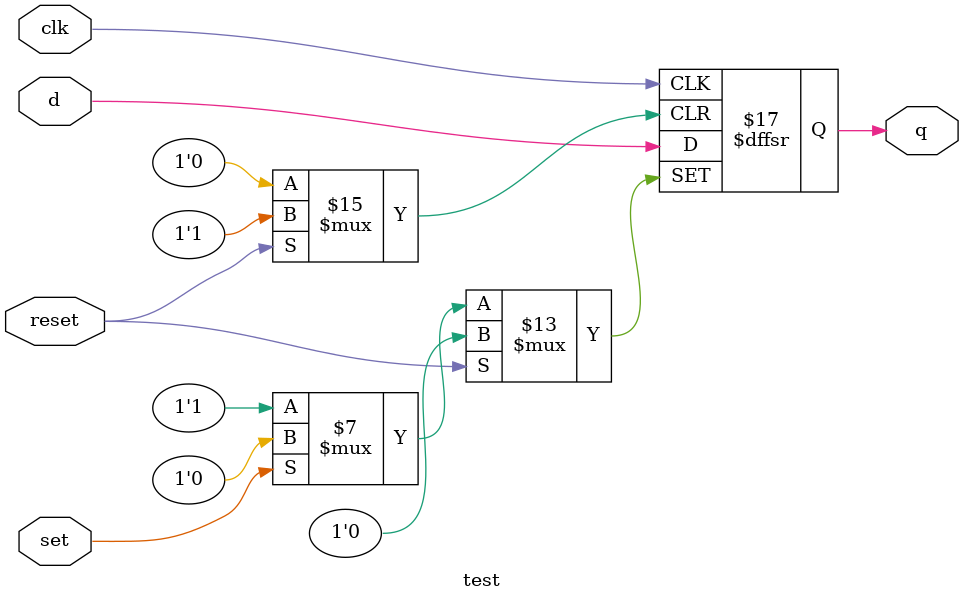
<source format=v>
module test(input d, clk, reset, set, output reg q);
always @(posedge clk or posedge reset or negedge set) 
    if(reset)
	    q <= 0;
	else if(!set)
	    q <= 1;
	else	
        q <= d;
endmodule	

</source>
